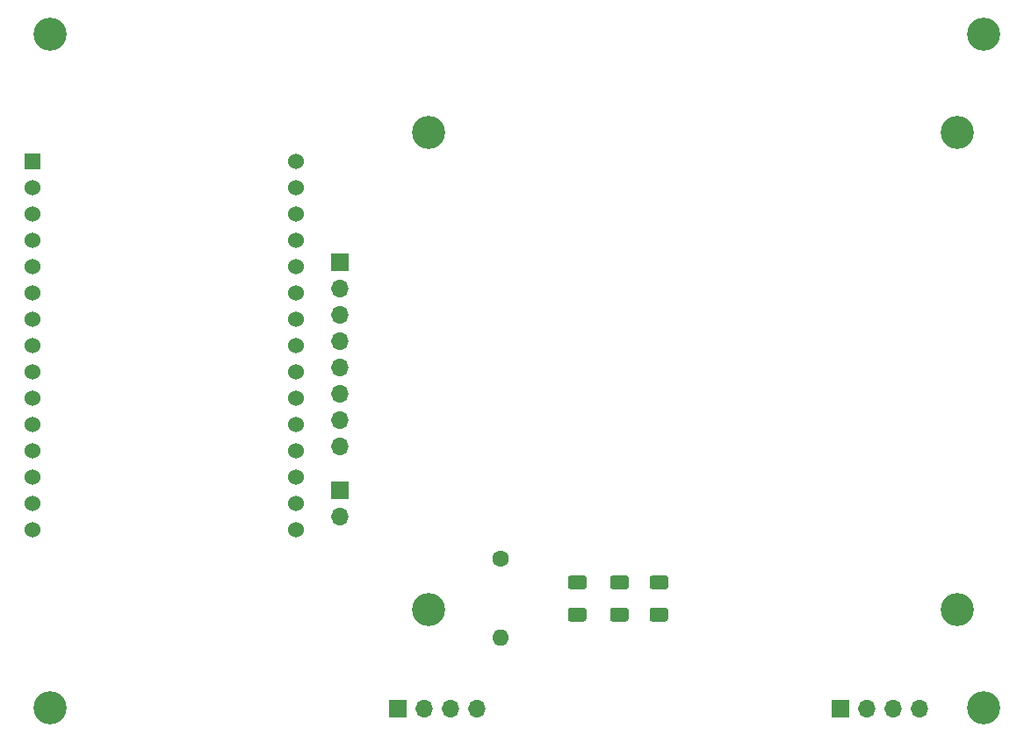
<source format=gts>
%TF.GenerationSoftware,KiCad,Pcbnew,(5.1.10)-1*%
%TF.CreationDate,2021-12-02T13:25:04+01:00*%
%TF.ProjectId,BlindController,426c696e-6443-46f6-9e74-726f6c6c6572,rev?*%
%TF.SameCoordinates,Original*%
%TF.FileFunction,Soldermask,Top*%
%TF.FilePolarity,Negative*%
%FSLAX46Y46*%
G04 Gerber Fmt 4.6, Leading zero omitted, Abs format (unit mm)*
G04 Created by KiCad (PCBNEW (5.1.10)-1) date 2021-12-02 13:25:04*
%MOMM*%
%LPD*%
G01*
G04 APERTURE LIST*
%ADD10O,1.600000X1.600000*%
%ADD11C,1.600000*%
%ADD12O,1.700000X1.700000*%
%ADD13R,1.700000X1.700000*%
%ADD14C,3.200000*%
%ADD15C,1.524000*%
%ADD16R,1.524000X1.524000*%
G04 APERTURE END LIST*
D10*
%TO.C,R1*%
X108458000Y-128270000D03*
D11*
X108458000Y-120650000D03*
%TD*%
%TO.C,C3*%
G36*
G01*
X124348001Y-123560000D02*
X123047999Y-123560000D01*
G75*
G02*
X122798000Y-123310001I0J249999D01*
G01*
X122798000Y-122484999D01*
G75*
G02*
X123047999Y-122235000I249999J0D01*
G01*
X124348001Y-122235000D01*
G75*
G02*
X124598000Y-122484999I0J-249999D01*
G01*
X124598000Y-123310001D01*
G75*
G02*
X124348001Y-123560000I-249999J0D01*
G01*
G37*
G36*
G01*
X124348001Y-126685000D02*
X123047999Y-126685000D01*
G75*
G02*
X122798000Y-126435001I0J249999D01*
G01*
X122798000Y-125609999D01*
G75*
G02*
X123047999Y-125360000I249999J0D01*
G01*
X124348001Y-125360000D01*
G75*
G02*
X124598000Y-125609999I0J-249999D01*
G01*
X124598000Y-126435001D01*
G75*
G02*
X124348001Y-126685000I-249999J0D01*
G01*
G37*
%TD*%
%TO.C,C2*%
G36*
G01*
X120538001Y-123560000D02*
X119237999Y-123560000D01*
G75*
G02*
X118988000Y-123310001I0J249999D01*
G01*
X118988000Y-122484999D01*
G75*
G02*
X119237999Y-122235000I249999J0D01*
G01*
X120538001Y-122235000D01*
G75*
G02*
X120788000Y-122484999I0J-249999D01*
G01*
X120788000Y-123310001D01*
G75*
G02*
X120538001Y-123560000I-249999J0D01*
G01*
G37*
G36*
G01*
X120538001Y-126685000D02*
X119237999Y-126685000D01*
G75*
G02*
X118988000Y-126435001I0J249999D01*
G01*
X118988000Y-125609999D01*
G75*
G02*
X119237999Y-125360000I249999J0D01*
G01*
X120538001Y-125360000D01*
G75*
G02*
X120788000Y-125609999I0J-249999D01*
G01*
X120788000Y-126435001D01*
G75*
G02*
X120538001Y-126685000I-249999J0D01*
G01*
G37*
%TD*%
%TO.C,C1*%
G36*
G01*
X116474001Y-123560000D02*
X115173999Y-123560000D01*
G75*
G02*
X114924000Y-123310001I0J249999D01*
G01*
X114924000Y-122484999D01*
G75*
G02*
X115173999Y-122235000I249999J0D01*
G01*
X116474001Y-122235000D01*
G75*
G02*
X116724000Y-122484999I0J-249999D01*
G01*
X116724000Y-123310001D01*
G75*
G02*
X116474001Y-123560000I-249999J0D01*
G01*
G37*
G36*
G01*
X116474001Y-126685000D02*
X115173999Y-126685000D01*
G75*
G02*
X114924000Y-126435001I0J249999D01*
G01*
X114924000Y-125609999D01*
G75*
G02*
X115173999Y-125360000I249999J0D01*
G01*
X116474001Y-125360000D01*
G75*
G02*
X116724000Y-125609999I0J-249999D01*
G01*
X116724000Y-126435001D01*
G75*
G02*
X116474001Y-126685000I-249999J0D01*
G01*
G37*
%TD*%
D12*
%TO.C,KEYBOARD1*%
X106172000Y-135128000D03*
X103632000Y-135128000D03*
X101092000Y-135128000D03*
D13*
X98552000Y-135128000D03*
%TD*%
D12*
%TO.C,ENCODER1*%
X148844000Y-135128000D03*
X146304000Y-135128000D03*
X143764000Y-135128000D03*
D13*
X141224000Y-135128000D03*
%TD*%
D14*
%TO.C,REF\u002A\u002A*%
X101500000Y-79500000D03*
%TD*%
%TO.C,REF\u002A\u002A*%
X152500000Y-79500000D03*
%TD*%
%TO.C,REF\u002A\u002A*%
X152500000Y-125500000D03*
%TD*%
%TO.C,REF\u002A\u002A*%
X101500000Y-125500000D03*
%TD*%
D12*
%TO.C,5V_CONN1*%
X92964000Y-116586000D03*
D13*
X92964000Y-114046000D03*
%TD*%
D14*
%TO.C,REF\u002A\u002A*%
X65000000Y-70000000D03*
%TD*%
%TO.C,REF\u002A\u002A*%
X155000000Y-70000000D03*
%TD*%
%TO.C,REF\u002A\u002A*%
X155000000Y-135000000D03*
%TD*%
%TO.C,REF\u002A\u002A*%
X65000000Y-135000000D03*
%TD*%
D12*
%TO.C,MOTOR_CONTROLLER1*%
X92964000Y-109780000D03*
X92964000Y-107240000D03*
X92964000Y-104700000D03*
X92964000Y-102160000D03*
X92964000Y-99620000D03*
X92964000Y-97080000D03*
X92964000Y-94540000D03*
D13*
X92964000Y-92000000D03*
%TD*%
D15*
%TO.C,U1*%
X88700000Y-82265500D03*
X88700000Y-84805500D03*
X88700000Y-87345500D03*
X88700000Y-89885500D03*
X88700000Y-92425500D03*
X88700000Y-94965500D03*
X88700000Y-97505500D03*
X88700000Y-100045500D03*
X88700000Y-102585500D03*
X88700000Y-105125500D03*
X88700000Y-107665500D03*
X88700000Y-110205500D03*
X88700000Y-112745500D03*
X88700000Y-115285500D03*
X88700000Y-117825500D03*
X63300000Y-117825500D03*
X63300000Y-115285500D03*
X63300000Y-112745500D03*
X63300000Y-110205500D03*
X63300000Y-107665500D03*
X63300000Y-105125500D03*
X63300000Y-102585500D03*
X63300000Y-100045500D03*
X63300000Y-97505500D03*
X63300000Y-94965500D03*
X63300000Y-92425500D03*
X63300000Y-89885500D03*
X63300000Y-87345500D03*
X63300000Y-84805500D03*
D16*
X63300000Y-82265500D03*
%TD*%
M02*

</source>
